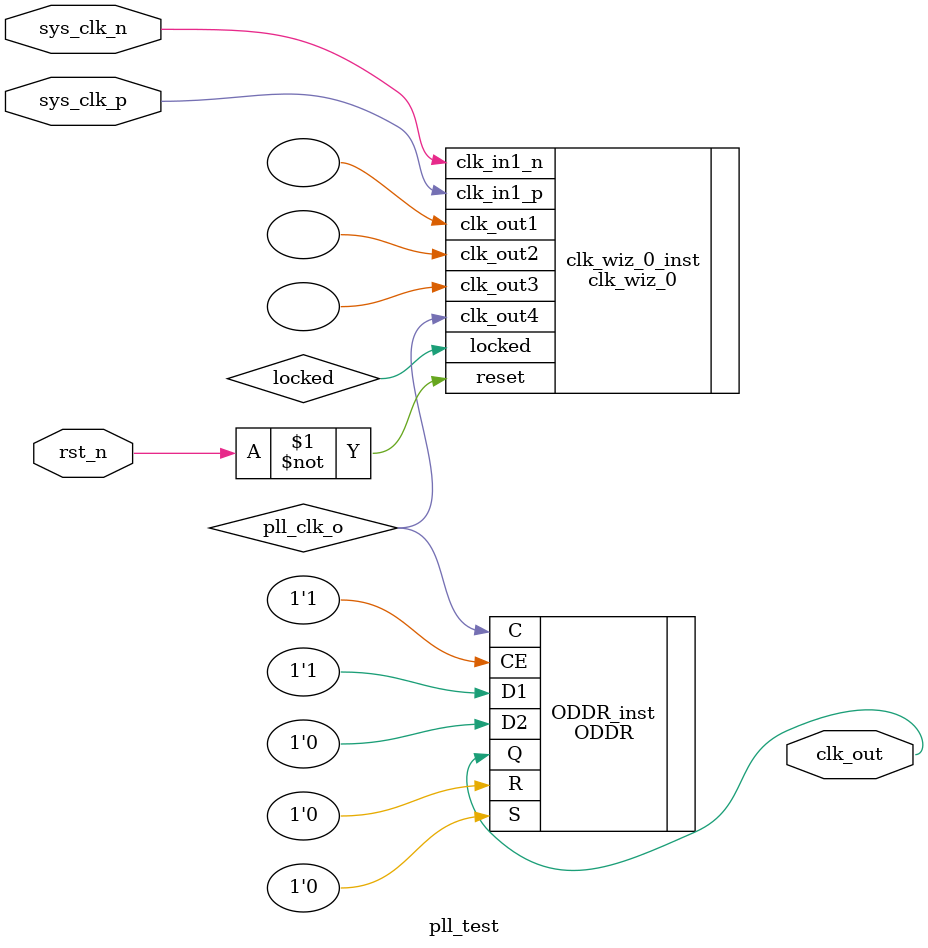
<source format=v>
`timescale 1ns / 1ps
                        
//================================================================================
//  Revision History:
//  Date          By            Revision    Change Description
//--------------------------------------------------------------------------------
//  2018/01/03     lhj          1.0         Original
//  2019/05/28     meisq        1.1         format
//*******************************************************************************/
//////////////////////////////////////////////////////////////////////////////////
module pll_test(
	input       sys_clk_p,      // Differentia system clock 200Mhz input on board
	input       sys_clk_n,
	input       rst_n,
	output      clk_out          //pll clock output 
);
wire        locked;
wire        pll_clk_o;
/////////////////////PLL IP call////////////////////////////
clk_wiz_0 clk_wiz_0_inst
   (// Clock in ports
    .clk_in1_p  (sys_clk_p ),               // Differentia  clock  200Mhz input
    .clk_in1_n  (sys_clk_n ),               
    // Clock out ports
    .clk_out1   (         ),                // OUT 200Mhz
    .clk_out2   (         ),                // OUT 100Mhz
    .clk_out3   (         ),                // OUT 50Mhz
    .clk_out4   (pll_clk_o),                // OUT 25Mhz	 
    // Status and control signals	 
    .reset      (~rst_n   ),                // RESET IN
    .locked     (locked   ));               // OUT
///////////////µ÷ÓÃODDRÊ¹Ê±ÖÓÐÅºÅÍ¨¹ýÆÕÍ¨IOÊä³ö//////////////////	  
ODDR #(
	.DDR_CLK_EDGE("SAME_EDGE")
) ODDR_inst (
	.Q        (clk_out  ),                   // 1-bit DDR output data
	.C        (pll_clk_o),                   // 1-bit clock input
	.CE       (1'b1     ),                   // 1-bit clock enable input
	.D1       (1'b1     ),                   // 1-bit data input (associated with C)
	.D2       (1'b0     ),                   // 1-bit data input (associated with C)
	.R        (1'b0     ),                   // 1-bit reset input
	.S        (1'b0     )                    // 1-bit set input
); 	
endmodule

</source>
